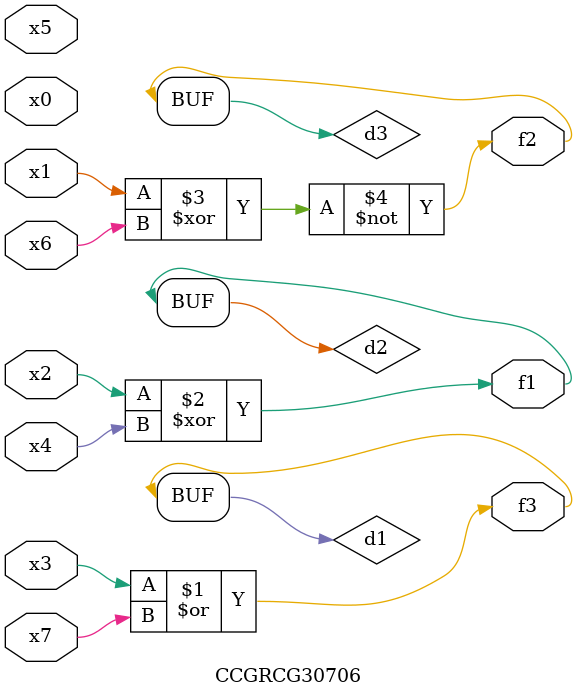
<source format=v>
module CCGRCG30706(
	input x0, x1, x2, x3, x4, x5, x6, x7,
	output f1, f2, f3
);

	wire d1, d2, d3;

	or (d1, x3, x7);
	xor (d2, x2, x4);
	xnor (d3, x1, x6);
	assign f1 = d2;
	assign f2 = d3;
	assign f3 = d1;
endmodule

</source>
